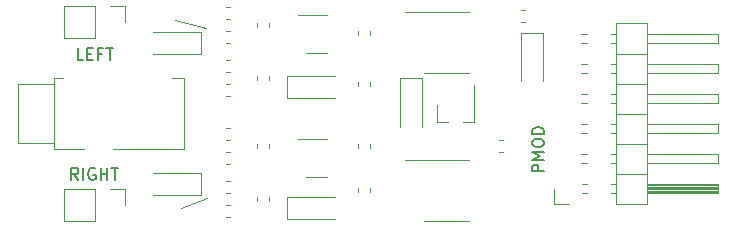
<source format=gbr>
%TF.GenerationSoftware,KiCad,Pcbnew,5.1.9*%
%TF.CreationDate,2021-01-26T07:43:01+03:00*%
%TF.ProjectId,dual-mcp3201-pmod,6475616c-2d6d-4637-9033-3230312d706d,rev?*%
%TF.SameCoordinates,PX4c4b400PY8583b00*%
%TF.FileFunction,Legend,Top*%
%TF.FilePolarity,Positive*%
%FSLAX46Y46*%
G04 Gerber Fmt 4.6, Leading zero omitted, Abs format (unit mm)*
G04 Created by KiCad (PCBNEW 5.1.9) date 2021-01-26 07:43:01*
%MOMM*%
%LPD*%
G01*
G04 APERTURE LIST*
%ADD10C,0.150000*%
%ADD11C,0.120000*%
G04 APERTURE END LIST*
D10*
X41502380Y5092858D02*
X40502380Y5092858D01*
X40502380Y5473810D01*
X40550000Y5569048D01*
X40597619Y5616667D01*
X40692857Y5664286D01*
X40835714Y5664286D01*
X40930952Y5616667D01*
X40978571Y5569048D01*
X41026190Y5473810D01*
X41026190Y5092858D01*
X41502380Y6092858D02*
X40502380Y6092858D01*
X41216666Y6426191D01*
X40502380Y6759524D01*
X41502380Y6759524D01*
X40502380Y7426191D02*
X40502380Y7616667D01*
X40550000Y7711905D01*
X40645238Y7807143D01*
X40835714Y7854762D01*
X41169047Y7854762D01*
X41359523Y7807143D01*
X41454761Y7711905D01*
X41502380Y7616667D01*
X41502380Y7426191D01*
X41454761Y7330953D01*
X41359523Y7235715D01*
X41169047Y7188096D01*
X40835714Y7188096D01*
X40645238Y7235715D01*
X40550000Y7330953D01*
X40502380Y7426191D01*
X41502380Y8283334D02*
X40502380Y8283334D01*
X40502380Y8521429D01*
X40550000Y8664286D01*
X40645238Y8759524D01*
X40740476Y8807143D01*
X40930952Y8854762D01*
X41073809Y8854762D01*
X41264285Y8807143D01*
X41359523Y8759524D01*
X41454761Y8664286D01*
X41502380Y8521429D01*
X41502380Y8283334D01*
D11*
X10300000Y17950000D02*
X12900000Y17200000D01*
X10750000Y2000000D02*
X13000000Y2850000D01*
D10*
X2497619Y14547620D02*
X2021428Y14547620D01*
X2021428Y15547620D01*
X2830952Y15071429D02*
X3164285Y15071429D01*
X3307142Y14547620D02*
X2830952Y14547620D01*
X2830952Y15547620D01*
X3307142Y15547620D01*
X4069047Y15071429D02*
X3735714Y15071429D01*
X3735714Y14547620D02*
X3735714Y15547620D01*
X4211904Y15547620D01*
X4450000Y15547620D02*
X5021428Y15547620D01*
X4735714Y14547620D02*
X4735714Y15547620D01*
X2066666Y4397620D02*
X1733333Y4873810D01*
X1495238Y4397620D02*
X1495238Y5397620D01*
X1876190Y5397620D01*
X1971428Y5350000D01*
X2019047Y5302381D01*
X2066666Y5207143D01*
X2066666Y5064286D01*
X2019047Y4969048D01*
X1971428Y4921429D01*
X1876190Y4873810D01*
X1495238Y4873810D01*
X2495238Y4397620D02*
X2495238Y5397620D01*
X3495238Y5350000D02*
X3400000Y5397620D01*
X3257142Y5397620D01*
X3114285Y5350000D01*
X3019047Y5254762D01*
X2971428Y5159524D01*
X2923809Y4969048D01*
X2923809Y4826191D01*
X2971428Y4635715D01*
X3019047Y4540477D01*
X3114285Y4445239D01*
X3257142Y4397620D01*
X3352380Y4397620D01*
X3495238Y4445239D01*
X3542857Y4492858D01*
X3542857Y4826191D01*
X3352380Y4826191D01*
X3971428Y4397620D02*
X3971428Y5397620D01*
X3971428Y4921429D02*
X4542857Y4921429D01*
X4542857Y4397620D02*
X4542857Y5397620D01*
X4876190Y5397620D02*
X5447619Y5397620D01*
X5161904Y4397620D02*
X5161904Y5397620D01*
D11*
%TO.C,X4*%
X6080000Y19080000D02*
X6080000Y17750000D01*
X4750000Y19080000D02*
X6080000Y19080000D01*
X3480000Y19080000D02*
X3480000Y16420000D01*
X3480000Y16420000D02*
X880000Y16420000D01*
X3480000Y19080000D02*
X880000Y19080000D01*
X880000Y19080000D02*
X880000Y16420000D01*
%TO.C,X3*%
X6080000Y3580000D02*
X6080000Y2250000D01*
X4750000Y3580000D02*
X6080000Y3580000D01*
X3480000Y3580000D02*
X3480000Y920000D01*
X3480000Y920000D02*
X880000Y920000D01*
X3480000Y3580000D02*
X880000Y3580000D01*
X880000Y3580000D02*
X880000Y920000D01*
%TO.C,C12*%
X26760000Y16653733D02*
X26760000Y16996267D01*
X25740000Y16653733D02*
X25740000Y16996267D01*
%TO.C,C11*%
X19765000Y11315000D02*
X23850000Y11315000D01*
X19765000Y13185000D02*
X19765000Y11315000D01*
X23850000Y13185000D02*
X19765000Y13185000D01*
%TO.C,C10*%
X14921267Y14510000D02*
X14578733Y14510000D01*
X14921267Y13490000D02*
X14578733Y13490000D01*
%TO.C,C9*%
X12485000Y16935000D02*
X8400000Y16935000D01*
X12485000Y15065000D02*
X12485000Y16935000D01*
X8400000Y15065000D02*
X12485000Y15065000D01*
%TO.C,C8*%
X17240000Y17671267D02*
X17240000Y17328733D01*
X18260000Y17671267D02*
X18260000Y17328733D01*
%TO.C,C7*%
X39565000Y16797500D02*
X39565000Y12712500D01*
X41435000Y16797500D02*
X39565000Y16797500D01*
X41435000Y12712500D02*
X41435000Y16797500D01*
%TO.C,C14*%
X29315000Y12985000D02*
X29315000Y8900000D01*
X31185000Y12985000D02*
X29315000Y12985000D01*
X31185000Y8900000D02*
X31185000Y12985000D01*
%TO.C,C6*%
X38046267Y7760000D02*
X37703733Y7760000D01*
X38046267Y6740000D02*
X37703733Y6740000D01*
%TO.C,X2*%
X42360000Y2380000D02*
X43630000Y2380000D01*
X42360000Y3650000D02*
X42360000Y2380000D01*
X44672929Y16730000D02*
X45127071Y16730000D01*
X44672929Y15970000D02*
X45127071Y15970000D01*
X47212929Y16730000D02*
X47610000Y16730000D01*
X47212929Y15970000D02*
X47610000Y15970000D01*
X56270000Y16730000D02*
X50270000Y16730000D01*
X56270000Y15970000D02*
X56270000Y16730000D01*
X50270000Y15970000D02*
X56270000Y15970000D01*
X47610000Y15080000D02*
X50270000Y15080000D01*
X44672929Y14190000D02*
X45127071Y14190000D01*
X44672929Y13430000D02*
X45127071Y13430000D01*
X47212929Y14190000D02*
X47610000Y14190000D01*
X47212929Y13430000D02*
X47610000Y13430000D01*
X56270000Y14190000D02*
X50270000Y14190000D01*
X56270000Y13430000D02*
X56270000Y14190000D01*
X50270000Y13430000D02*
X56270000Y13430000D01*
X47610000Y12540000D02*
X50270000Y12540000D01*
X44672929Y11650000D02*
X45127071Y11650000D01*
X44672929Y10890000D02*
X45127071Y10890000D01*
X47212929Y11650000D02*
X47610000Y11650000D01*
X47212929Y10890000D02*
X47610000Y10890000D01*
X56270000Y11650000D02*
X50270000Y11650000D01*
X56270000Y10890000D02*
X56270000Y11650000D01*
X50270000Y10890000D02*
X56270000Y10890000D01*
X47610000Y10000000D02*
X50270000Y10000000D01*
X44672929Y9110000D02*
X45127071Y9110000D01*
X44672929Y8350000D02*
X45127071Y8350000D01*
X47212929Y9110000D02*
X47610000Y9110000D01*
X47212929Y8350000D02*
X47610000Y8350000D01*
X56270000Y9110000D02*
X50270000Y9110000D01*
X56270000Y8350000D02*
X56270000Y9110000D01*
X50270000Y8350000D02*
X56270000Y8350000D01*
X47610000Y7460000D02*
X50270000Y7460000D01*
X44672929Y6570000D02*
X45127071Y6570000D01*
X44672929Y5810000D02*
X45127071Y5810000D01*
X47212929Y6570000D02*
X47610000Y6570000D01*
X47212929Y5810000D02*
X47610000Y5810000D01*
X56270000Y6570000D02*
X50270000Y6570000D01*
X56270000Y5810000D02*
X56270000Y6570000D01*
X50270000Y5810000D02*
X56270000Y5810000D01*
X47610000Y4920000D02*
X50270000Y4920000D01*
X44740000Y4030000D02*
X45127071Y4030000D01*
X44740000Y3270000D02*
X45127071Y3270000D01*
X47212929Y4030000D02*
X47610000Y4030000D01*
X47212929Y3270000D02*
X47610000Y3270000D01*
X50270000Y3930000D02*
X56270000Y3930000D01*
X50270000Y3810000D02*
X56270000Y3810000D01*
X50270000Y3690000D02*
X56270000Y3690000D01*
X50270000Y3570000D02*
X56270000Y3570000D01*
X50270000Y3450000D02*
X56270000Y3450000D01*
X50270000Y3330000D02*
X56270000Y3330000D01*
X56270000Y4030000D02*
X50270000Y4030000D01*
X56270000Y3270000D02*
X56270000Y4030000D01*
X50270000Y3270000D02*
X56270000Y3270000D01*
X50270000Y2320000D02*
X47610000Y2320000D01*
X50270000Y17680000D02*
X50270000Y2320000D01*
X47610000Y17680000D02*
X50270000Y17680000D01*
X47610000Y2320000D02*
X47610000Y17680000D01*
%TO.C,X1*%
X-3000000Y12500000D02*
X0Y12500000D01*
X-3000000Y7500000D02*
X-3000000Y12500000D01*
X0Y7500000D02*
X-3000000Y7500000D01*
X0Y13000000D02*
X800000Y13000000D01*
X0Y7000000D02*
X0Y13000000D01*
X2600000Y7000000D02*
X0Y7000000D01*
X11000000Y7000000D02*
X5000000Y7000000D01*
X11000000Y13000000D02*
X10000000Y13000000D01*
X11000000Y7000000D02*
X11000000Y13000000D01*
%TO.C,R10*%
X17240000Y13171267D02*
X17240000Y12828733D01*
X18260000Y13171267D02*
X18260000Y12828733D01*
%TO.C,R9*%
X14578733Y17990000D02*
X14921267Y17990000D01*
X14578733Y19010000D02*
X14921267Y19010000D01*
%TO.C,R8*%
X14578733Y11490000D02*
X14921267Y11490000D01*
X14578733Y12510000D02*
X14921267Y12510000D01*
%TO.C,R7*%
X25740000Y12671267D02*
X25740000Y12328733D01*
X26760000Y12671267D02*
X26760000Y12328733D01*
%TO.C,R6*%
X14578733Y15990000D02*
X14921267Y15990000D01*
X14578733Y17010000D02*
X14921267Y17010000D01*
%TO.C,R5*%
X17240000Y2921267D02*
X17240000Y2578733D01*
X18260000Y2921267D02*
X18260000Y2578733D01*
%TO.C,R4*%
X14578733Y7740000D02*
X14921267Y7740000D01*
X14578733Y8760000D02*
X14921267Y8760000D01*
%TO.C,R3*%
X14578733Y1240000D02*
X14921267Y1240000D01*
X14578733Y2260000D02*
X14921267Y2260000D01*
%TO.C,R2*%
X26760000Y3328733D02*
X26760000Y3671267D01*
X25740000Y3328733D02*
X25740000Y3671267D01*
%TO.C,R1*%
X14578733Y5740000D02*
X14921267Y5740000D01*
X14578733Y6760000D02*
X14921267Y6760000D01*
%TO.C,D5*%
X32420000Y9240000D02*
X32420000Y10700000D01*
X35580000Y9240000D02*
X35580000Y12400000D01*
X35580000Y9240000D02*
X34650000Y9240000D01*
X32420000Y9240000D02*
X33350000Y9240000D01*
%TO.C,D4*%
X33250000Y18590000D02*
X29725000Y18590000D01*
X33250000Y18590000D02*
X35130000Y18590000D01*
X33250000Y13410000D02*
X31370000Y13410000D01*
X33250000Y13410000D02*
X35130000Y13410000D01*
%TO.C,D3*%
X23150000Y18360000D02*
X20700000Y18360000D01*
X21350000Y15140000D02*
X23150000Y15140000D01*
%TO.C,D2*%
X33250000Y6090000D02*
X29725000Y6090000D01*
X33250000Y6090000D02*
X35130000Y6090000D01*
X33250000Y910000D02*
X31370000Y910000D01*
X33250000Y910000D02*
X35130000Y910000D01*
%TO.C,D1*%
X23150000Y7860000D02*
X20700000Y7860000D01*
X21350000Y4640000D02*
X23150000Y4640000D01*
%TO.C,C13*%
X39921267Y18760000D02*
X39578733Y18760000D01*
X39921267Y17740000D02*
X39578733Y17740000D01*
%TO.C,C5*%
X25740000Y7421267D02*
X25740000Y7078733D01*
X26760000Y7421267D02*
X26760000Y7078733D01*
%TO.C,C4*%
X19765000Y1065000D02*
X23850000Y1065000D01*
X19765000Y2935000D02*
X19765000Y1065000D01*
X23850000Y2935000D02*
X19765000Y2935000D01*
%TO.C,C3*%
X14921267Y4260000D02*
X14578733Y4260000D01*
X14921267Y3240000D02*
X14578733Y3240000D01*
%TO.C,C2*%
X12485000Y4935000D02*
X8400000Y4935000D01*
X12485000Y3065000D02*
X12485000Y4935000D01*
X8400000Y3065000D02*
X12485000Y3065000D01*
%TO.C,C1*%
X17240000Y7421267D02*
X17240000Y7078733D01*
X18260000Y7421267D02*
X18260000Y7078733D01*
%TD*%
M02*

</source>
